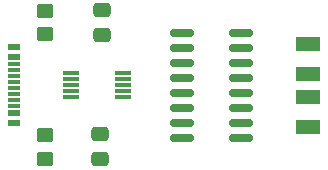
<source format=gbr>
%TF.GenerationSoftware,KiCad,Pcbnew,7.0.2*%
%TF.CreationDate,2024-06-22T12:15:53+01:00*%
%TF.ProjectId,USB HID,55534220-4849-4442-9e6b-696361645f70,rev?*%
%TF.SameCoordinates,Original*%
%TF.FileFunction,Paste,Top*%
%TF.FilePolarity,Positive*%
%FSLAX46Y46*%
G04 Gerber Fmt 4.6, Leading zero omitted, Abs format (unit mm)*
G04 Created by KiCad (PCBNEW 7.0.2) date 2024-06-22 12:15:53*
%MOMM*%
%LPD*%
G01*
G04 APERTURE LIST*
G04 Aperture macros list*
%AMRoundRect*
0 Rectangle with rounded corners*
0 $1 Rounding radius*
0 $2 $3 $4 $5 $6 $7 $8 $9 X,Y pos of 4 corners*
0 Add a 4 corners polygon primitive as box body*
4,1,4,$2,$3,$4,$5,$6,$7,$8,$9,$2,$3,0*
0 Add four circle primitives for the rounded corners*
1,1,$1+$1,$2,$3*
1,1,$1+$1,$4,$5*
1,1,$1+$1,$6,$7*
1,1,$1+$1,$8,$9*
0 Add four rect primitives between the rounded corners*
20,1,$1+$1,$2,$3,$4,$5,0*
20,1,$1+$1,$4,$5,$6,$7,0*
20,1,$1+$1,$6,$7,$8,$9,0*
20,1,$1+$1,$8,$9,$2,$3,0*%
G04 Aperture macros list end*
%ADD10RoundRect,0.250000X0.450000X-0.350000X0.450000X0.350000X-0.450000X0.350000X-0.450000X-0.350000X0*%
%ADD11RoundRect,0.250000X-0.450000X0.350000X-0.450000X-0.350000X0.450000X-0.350000X0.450000X0.350000X0*%
%ADD12RoundRect,0.250000X0.475000X-0.337500X0.475000X0.337500X-0.475000X0.337500X-0.475000X-0.337500X0*%
%ADD13R,2.000000X1.200000*%
%ADD14RoundRect,0.250000X-0.475000X0.337500X-0.475000X-0.337500X0.475000X-0.337500X0.475000X0.337500X0*%
%ADD15RoundRect,0.150000X-0.825000X-0.150000X0.825000X-0.150000X0.825000X0.150000X-0.825000X0.150000X0*%
%ADD16R,1.100000X0.600000*%
%ADD17R,1.100000X0.300000*%
%ADD18R,1.400000X0.300000*%
G04 APERTURE END LIST*
D10*
%TO.C,R1*%
X119634000Y-70469000D03*
X119634000Y-68469000D03*
%TD*%
D11*
%TO.C,R2*%
X119634000Y-80994000D03*
X119634000Y-78994000D03*
%TD*%
D12*
%TO.C,C1*%
X124460000Y-70528000D03*
X124460000Y-68453000D03*
%TD*%
D13*
%TO.C,J3*%
X141926000Y-71311000D03*
X141926000Y-73811000D03*
X141926000Y-75811000D03*
X141926000Y-78311000D03*
%TD*%
D14*
%TO.C,C2*%
X124333000Y-81026000D03*
X124333000Y-78951000D03*
%TD*%
D15*
%TO.C,U2*%
X131256000Y-70322000D03*
X131256000Y-71592000D03*
X131256000Y-72862000D03*
X131256000Y-74132000D03*
X131256000Y-75402000D03*
X131256000Y-76672000D03*
X131256000Y-77942000D03*
X131256000Y-79212000D03*
X136206000Y-79212000D03*
X136206000Y-77942000D03*
X136206000Y-76672000D03*
X136206000Y-75402000D03*
X136206000Y-74132000D03*
X136206000Y-72862000D03*
X136206000Y-71592000D03*
X136206000Y-70322000D03*
%TD*%
D16*
%TO.C,J2*%
X117037000Y-71567000D03*
X117037000Y-72367000D03*
D17*
X117037000Y-73517000D03*
X117037000Y-74517000D03*
X117037000Y-75017000D03*
X117037000Y-76017000D03*
D16*
X117037000Y-77167000D03*
X117037000Y-77967000D03*
D17*
X117037000Y-76517000D03*
X117037000Y-75517000D03*
X117037000Y-74017000D03*
X117037000Y-73017000D03*
%TD*%
D18*
%TO.C,U1*%
X121879000Y-73767000D03*
X121879000Y-74267000D03*
X121879000Y-74767000D03*
X121879000Y-75267000D03*
X121879000Y-75767000D03*
X126279000Y-75767000D03*
X126279000Y-75267000D03*
X126279000Y-74767000D03*
X126279000Y-74267000D03*
X126279000Y-73767000D03*
%TD*%
M02*

</source>
